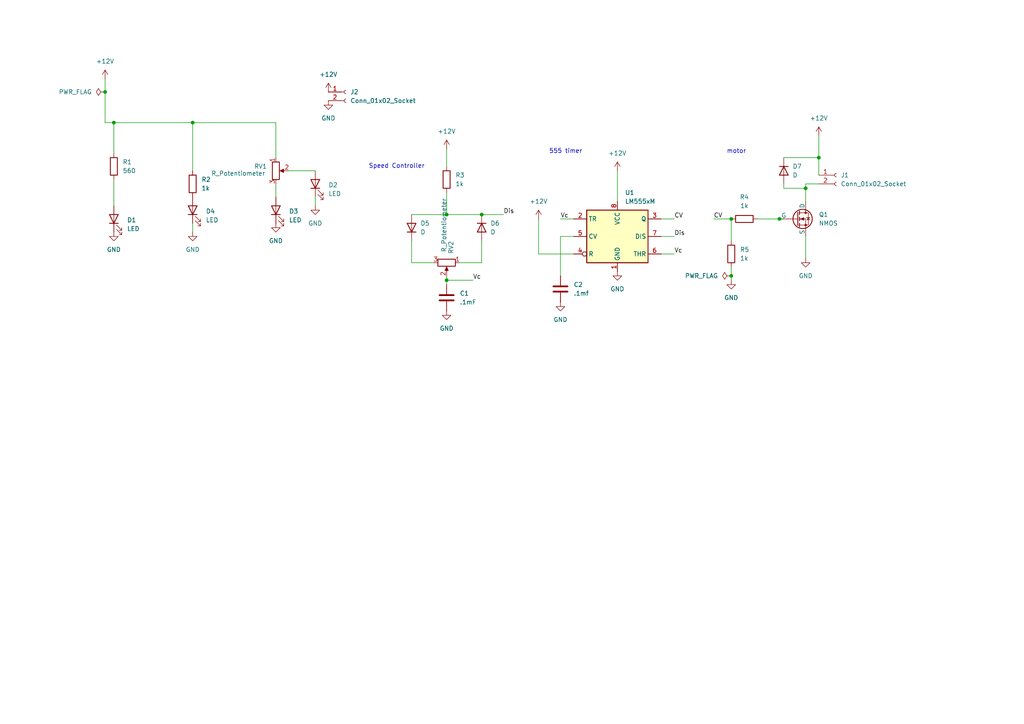
<source format=kicad_sch>
(kicad_sch (version 20231120) (generator "eeschema") (generator_version "8.0")
  (paper "A4")
  (lib_symbols
    (symbol "Connector:Conn_01x02_Socket" (pin_names (offset 1.016) hide)
      (property "Reference" "J" (at 0 2.54 0))
      (property "Value" "Conn_01x02_Socket" (at 0 -5.08 0))
      (symbol "Conn_01x02_Socket_1_1"
        (arc (start 0 -2.032) (mid -0.5058 -2.54) (end 0 -3.048) (stroke (width 0.1524)))
        (polyline (pts (xy -1.27 -2.54) (xy -0.508 -2.54)) (stroke (width 0.1524)))
        (polyline (pts (xy -1.27 0) (xy -0.508 0)) (stroke (width 0.1524)))
        (arc (start 0 0.508) (mid -0.5058 0) (end 0 -0.508) (stroke (width 0.1524)))
        (pin passive line (at -5.08 0 0) (length 3.81) (name "Pin_1") (number "1"))
        (pin passive line (at -5.08 -2.54 0) (length 3.81) (name "Pin_2") (number "2"))
      )
    )
    (symbol "Device:C" (pin_numbers hide) (pin_names (offset 0.254))
      (property "Reference" "C" (at 0.635 2.54 0))
      (property "Value" "C" (at 0.635 -2.54 0))
      (symbol "C_0_1"
        (polyline (pts (xy -2.032 -0.762) (xy 2.032 -0.762)) (stroke (width 0.508)))
        (polyline (pts (xy -2.032 0.762) (xy 2.032 0.762)) (stroke (width 0.508)))
      )
      (symbol "C_1_1"
        (pin passive line (at 0 3.81 270) (length 2.794) (name "~") (number "1"))
        (pin passive line (at 0 -3.81 90) (length 2.794) (name "~") (number "2"))
      )
    )
    (symbol "Device:D" (pin_numbers hide) (pin_names (offset 1.016) hide)
      (property "Reference" "D" (at 0 2.54 0))
      (property "Value" "D" (at 0 -2.54 0))
      (symbol "D_0_1"
        (polyline (pts (xy -1.27 1.27) (xy -1.27 -1.27)) (stroke (width 0.254)))
        (polyline (pts (xy 1.27 0) (xy -1.27 0)))
        (polyline (pts (xy 1.27 1.27) (xy 1.27 -1.27) (xy -1.27 0) (xy 1.27 1.27)) (stroke (width 0.254)))
      )
      (symbol "D_1_1"
        (pin passive line (at -3.81 0 0) (length 2.54) (name "K") (number "1"))
        (pin passive line (at 3.81 0 180) (length 2.54) (name "A") (number "2"))
      )
    )
    (symbol "Device:LED" (pin_numbers hide) (pin_names (offset 1.016) hide)
      (property "Reference" "D" (at 0 2.54 0))
      (property "Value" "LED" (at 0 -2.54 0))
      (symbol "LED_0_1"
        (polyline (pts (xy -1.27 -1.27) (xy -1.27 1.27)) (stroke (width 0.254)))
        (polyline (pts (xy -1.27 0) (xy 1.27 0)))
        (polyline (pts (xy 1.27 -1.27) (xy 1.27 1.27) (xy -1.27 0) (xy 1.27 -1.27)) (stroke (width 0.254)))
        (polyline (pts (xy -3.048 -0.762) (xy -4.572 -2.286) (xy -3.81 -2.286) (xy -4.572 -2.286) (xy -4.572 -1.524)))
        (polyline (pts (xy -1.778 -0.762) (xy -3.302 -2.286) (xy -2.54 -2.286) (xy -3.302 -2.286) (xy -3.302 -1.524)))
      )
      (symbol "LED_1_1"
        (pin passive line (at -3.81 0 0) (length 2.54) (name "K") (number "1"))
        (pin passive line (at 3.81 0 180) (length 2.54) (name "A") (number "2"))
      )
    )
    (symbol "Device:R" (pin_numbers hide) (pin_names (offset 0))
      (property "Reference" "R" (at 2.032 0 90))
      (property "Value" "R" (at 0 0 90))
      (symbol "R_0_1"
        (rectangle (start -1.016 -2.54) (end 1.016 2.54) (stroke (width 0.254)))
      )
      (symbol "R_1_1"
        (pin passive line (at 0 3.81 270) (length 1.27) (name "~") (number "1"))
        (pin passive line (at 0 -3.81 90) (length 1.27) (name "~") (number "2"))
      )
    )
    (symbol "Device:R_Potentiometer" (pin_names (offset 1.016) hide)
      (property "Reference" "RV" (at -4.445 0 90))
      (property "Value" "R_Potentiometer" (at -2.54 0 90))
      (symbol "R_Potentiometer_0_1"
        (polyline (pts (xy 2.54 0) (xy 1.524 0)))
        (polyline (pts (xy 1.143 0) (xy 2.286 0.508) (xy 2.286 -0.508) (xy 1.143 0)) (fill (type outline)))
        (rectangle (start 1.016 2.54) (end -1.016 -2.54) (stroke (width 0.254)))
      )
      (symbol "R_Potentiometer_1_1"
        (pin passive line (at 0 3.81 270) (length 1.27) (name "1") (number "1"))
        (pin passive line (at 3.81 0 180) (length 1.27) (name "2") (number "2"))
        (pin passive line (at 0 -3.81 90) (length 1.27) (name "3") (number "3"))
      )
    )
    (symbol "Simulation_SPICE:NMOS" (pin_numbers hide) (pin_names (offset 0))
      (property "Reference" "Q" (at 5.08 1.27 0))
      (property "Value" "NMOS" (at 5.08 -1.27 0))
      (symbol "NMOS_0_1"
        (polyline (pts (xy 0.254 0) (xy -2.54 0)))
        (polyline (pts (xy 0.254 1.905) (xy 0.254 -1.905)) (stroke (width 0.254)))
        (polyline (pts (xy 0.762 -1.27) (xy 0.762 -2.286)) (stroke (width 0.254)))
        (polyline (pts (xy 0.762 0.508) (xy 0.762 -0.508)) (stroke (width 0.254)))
        (polyline (pts (xy 0.762 2.286) (xy 0.762 1.27)) (stroke (width 0.254)))
        (polyline (pts (xy 2.54 2.54) (xy 2.54 1.778)))
        (polyline (pts (xy 2.54 -2.54) (xy 2.54 0) (xy 0.762 0)))
        (polyline (pts (xy 0.762 -1.778) (xy 3.302 -1.778) (xy 3.302 1.778) (xy 0.762 1.778)))
        (polyline (pts (xy 1.016 0) (xy 2.032 0.381) (xy 2.032 -0.381) (xy 1.016 0)) (fill (type outline)))
        (polyline (pts (xy 2.794 0.508) (xy 2.921 0.381) (xy 3.683 0.381) (xy 3.81 0.254)))
        (polyline (pts (xy 3.302 0.381) (xy 2.921 -0.254) (xy 3.683 -0.254) (xy 3.302 0.381)))
        (circle (center 1.651 0) (radius 2.794) (stroke (width 0.254)))
        (circle (center 2.54 -1.778) (radius 0.254) (fill (type outline)))
        (circle (center 2.54 1.778) (radius 0.254) (fill (type outline)))
      )
      (symbol "NMOS_1_1"
        (pin passive line (at 2.54 5.08 270) (length 2.54) (name "D") (number "1"))
        (pin input line (at -5.08 0 0) (length 2.54) (name "G") (number "2"))
        (pin passive line (at 2.54 -5.08 90) (length 2.54) (name "S") (number "3"))
      )
    )
    (symbol "Timer:LM555xM"
      (property "Reference" "U" (at -10.16 8.89 0))
      (property "Value" "LM555xM" (at 2.54 8.89 0))
      (symbol "LM555xM_0_0"
        (pin power_in line (at 0 -10.16 90) (length 2.54) (name "GND") (number "1"))
        (pin power_in line (at 0 10.16 270) (length 2.54) (name "VCC") (number "8"))
      )
      (symbol "LM555xM_0_1"
        (rectangle (start -8.89 -7.62) (end 8.89 7.62) (stroke (width 0.254)) (fill (type background)))
        (rectangle (start -8.89 -7.62) (end 8.89 7.62) (stroke (width 0.254)) (fill (type background)))
      )
      (symbol "LM555xM_1_1"
        (pin input line (at -12.7 5.08 0) (length 3.81) (name "TR") (number "2"))
        (pin output line (at 12.7 5.08 180) (length 3.81) (name "Q") (number "3"))
        (pin input inverted (at -12.7 -5.08 0) (length 3.81) (name "R") (number "4"))
        (pin input line (at -12.7 0 0) (length 3.81) (name "CV") (number "5"))
        (pin input line (at 12.7 -5.08 180) (length 3.81) (name "THR") (number "6"))
        (pin input line (at 12.7 0 180) (length 3.81) (name "DIS") (number "7"))
      )
    )
    (symbol "power:+12V" (power) (pin_numbers hide) (pin_names (offset 0) hide)
      (property "Value" "+12V" (at 0 3.556 0))
      (symbol "+12V_0_1"
        (polyline (pts (xy -0.762 1.27) (xy 0 2.54)))
        (polyline (pts (xy 0 0) (xy 0 2.54)))
        (polyline (pts (xy 0 2.54) (xy 0.762 1.27)))
      )
      (symbol "+12V_1_1"
        (pin power_in line (at 0 0 90) (length 0) (name "~") (number "1"))
      )
    )
    (symbol "power:GND" (power) (pin_numbers hide) (pin_names (offset 0) hide)
      (property "Value" "GND" (at 0 -3.81 0))
      (symbol "GND_0_1"
        (polyline (pts (xy 0 0) (xy 0 -1.27) (xy 1.27 -1.27) (xy 0 -2.54) (xy -1.27 -1.27) (xy 0 -1.27)))
      )
      (symbol "GND_1_1"
        (pin power_in line (at 0 0 270) (length 0) (name "~") (number "1"))
      )
    )
    (symbol "power:PWR_FLAG" (power) (pin_numbers hide) (pin_names (offset 0) hide)
      (property "Value" "PWR_FLAG" (at 0 3.81 0))
      (symbol "PWR_FLAG_0_0"
        (pin power_out line (at 0 0 90) (length 0) (name "~") (number "1"))
      )
      (symbol "PWR_FLAG_0_1"
        (polyline (pts (xy 0 0) (xy 0 1.27) (xy -1.016 1.905) (xy 0 2.54) (xy 1.016 1.905) (xy 0 1.27)))
      )
    )
  )
  (junction (at 237.49 45.72))
  (junction (at 233.68 54.61))
  (junction (at 55.88 35.56))
  (junction (at 212.09 63.5))
  (junction (at 212.09 80.01))
  (junction (at 33.02 35.56))
  (junction (at 139.7 62.23))
  (junction (at 226.06 63.5))
  (junction (at 30.48 26.67))
  (junction (at 129.54 62.23))
  (junction (at 129.54 81.28))
  (wire (pts (xy 119.38 76.2) (xy 125.73 76.2)))
  (wire (pts (xy 30.48 35.56) (xy 33.02 35.56)))
  (wire (pts (xy 91.44 59.69) (xy 91.44 57.15)))
  (wire (pts (xy 119.38 69.85) (xy 119.38 76.2)))
  (wire (pts (xy 227.33 45.72) (xy 237.49 45.72)))
  (wire (pts (xy 30.48 26.67) (xy 30.48 35.56)))
  (wire (pts (xy 129.54 55.88) (xy 129.54 62.23)))
  (wire (pts (xy 33.02 52.07) (xy 33.02 59.69)))
  (wire (pts (xy 129.54 62.23) (xy 139.7 62.23)))
  (wire (pts (xy 80.01 35.56) (xy 80.01 45.72)))
  (wire (pts (xy 233.68 68.58) (xy 233.68 74.93)))
  (wire (pts (xy 139.7 76.2) (xy 139.7 69.85)))
  (wire (pts (xy 233.68 54.61) (xy 233.68 53.34)))
  (wire (pts (xy 80.01 53.34) (xy 80.01 57.15)))
  (wire (pts (xy 226.06 63.5) (xy 227.33 63.5)))
  (wire (pts (xy 233.68 54.61) (xy 227.33 54.61)))
  (wire (pts (xy 191.77 73.66) (xy 195.58 73.66)))
  (wire (pts (xy 212.09 63.5) (xy 212.09 69.85)))
  (wire (pts (xy 207.01 63.5) (xy 212.09 63.5)))
  (wire (pts (xy 191.77 68.58) (xy 195.58 68.58)))
  (wire (pts (xy 212.09 80.01) (xy 212.09 81.28)))
  (wire (pts (xy 233.68 58.42) (xy 233.68 54.61)))
  (wire (pts (xy 55.88 35.56) (xy 55.88 49.53)))
  (wire (pts (xy 162.56 63.5) (xy 166.37 63.5)))
  (wire (pts (xy 129.54 80.01) (xy 129.54 81.28)))
  (wire (pts (xy 139.7 62.23) (xy 146.05 62.23)))
  (wire (pts (xy 237.49 39.37) (xy 237.49 45.72)))
  (wire (pts (xy 129.54 81.28) (xy 137.16 81.28)))
  (wire (pts (xy 227.33 53.34) (xy 227.33 54.61)))
  (wire (pts (xy 166.37 73.66) (xy 156.21 73.66)))
  (wire (pts (xy 162.56 68.58) (xy 162.56 80.01)))
  (wire (pts (xy 219.71 63.5) (xy 226.06 63.5)))
  (wire (pts (xy 83.82 49.53) (xy 91.44 49.53)))
  (wire (pts (xy 30.48 22.86) (xy 30.48 26.67)))
  (wire (pts (xy 55.88 64.77) (xy 55.88 67.31)))
  (wire (pts (xy 191.77 63.5) (xy 195.58 63.5)))
  (wire (pts (xy 166.37 68.58) (xy 162.56 68.58)))
  (wire (pts (xy 133.35 76.2) (xy 139.7 76.2)))
  (wire (pts (xy 233.68 53.34) (xy 237.49 53.34)))
  (wire (pts (xy 55.88 35.56) (xy 80.01 35.56)))
  (wire (pts (xy 212.09 77.47) (xy 212.09 80.01)))
  (wire (pts (xy 33.02 35.56) (xy 33.02 44.45)))
  (wire (pts (xy 237.49 45.72) (xy 237.49 50.8)))
  (wire (pts (xy 156.21 63.5) (xy 156.21 73.66)))
  (wire (pts (xy 119.38 62.23) (xy 129.54 62.23)))
  (wire (pts (xy 179.07 49.53) (xy 179.07 58.42)))
  (wire (pts (xy 129.54 81.28) (xy 129.54 82.55)))
  (wire (pts (xy 129.54 43.18) (xy 129.54 48.26)))
  (wire (pts (xy 33.02 35.56) (xy 55.88 35.56)))
  (text "555 timer\n" (at 164.084 43.942 0) (effects (font (size 1.27 1.27))))
  (text "motor" (at 213.614 43.942 0) (effects (font (size 1.27 1.27))))
  (text "Speed Controller" (at 115.062 48.26 0) (effects (font (size 1.27 1.27))))
  (label "CV" (at 207.01 63.5 0))
  (label "Dis" (at 195.58 68.58 0))
  (label "Vc" (at 195.58 73.66 0))
  (label "Vc" (at 162.56 63.5 0))
  (label "Vc" (at 137.16 81.28 0))
  (label "CV" (at 195.58 63.5 0))
  (label "Dis" (at 146.05 62.23 0))
  (symbol (lib_id "Connector:Conn_01x02_Socket") (at 242.57 50.8 0) (unit 1)
    (property "Reference" "J1" (at 243.84 50.7999 0) (effects (justify left)))
    (property "Value" "Conn_01x02_Socket" (at 243.84 53.3399 0) (effects (justify left)))
    (property "Description" "Generic connector, single row, 01x02, script generated" (effects (hide yes)))
  )
  (symbol (lib_id "Device:D") (at 139.7 66.04 270) (unit 1)
    (property "Reference" "D6" (at 142.24 64.7699 90) (effects (justify left)))
    (property "Value" "D" (at 142.24 67.3099 90) (effects (justify left)))
    (property "Footprint" "Diode_SMD:D_SOD-523" (effects (hide yes)))
    (property "Description" "Diode" (effects (hide yes)))
    (property "Sim.Device" "D" (effects (hide yes)))
    (property "Sim.Pins" "1=K 2=A" (effects (hide yes)))
  )
  (symbol (lib_id "power:+12V") (at 156.21 63.5 0) (unit 1)
    (property "Reference" "#PWR010" (effects (hide yes)))
    (property "Value" "+12V" (at 156.21 58.42 0))
    (property "Description" "Power symbol creates a global label with name \"+12V\"" (effects (hide yes)))
  )
  (symbol (lib_id "Device:R") (at 212.09 73.66 0) (unit 1)
    (property "Reference" "R5" (at 214.63 72.3899 0) (effects (justify left)))
    (property "Value" "1k" (at 214.63 74.9299 0) (effects (justify left)))
    (property "Description" "Resistor" (effects (hide yes)))
  )
  (symbol (lib_id "Connector:Conn_01x02_Socket") (at 100.33 26.67 0) (unit 1)
    (property "Reference" "J2" (at 101.6 26.6699 0) (effects (justify left)))
    (property "Value" "Conn_01x02_Socket" (at 101.6 29.2099 0) (effects (justify left)))
    (property "Description" "Generic connector, single row, 01x02, script generated" (effects (hide yes)))
  )
  (symbol (lib_id "Device:D") (at 119.38 66.04 90) (unit 1)
    (property "Reference" "D5" (at 121.92 64.7699 90) (effects (justify right)))
    (property "Value" "D" (at 121.92 67.3099 90) (effects (justify right)))
    (property "Footprint" "Diode_SMD:D_SOD-523" (effects (hide yes)))
    (property "Description" "Diode" (effects (hide yes)))
    (property "Sim.Device" "D" (effects (hide yes)))
    (property "Sim.Pins" "1=K 2=A" (effects (hide yes)))
  )
  (symbol (lib_id "Device:R_Potentiometer") (at 80.01 49.53 0) (unit 1)
    (property "Reference" "RV1" (at 77.47 48.2599 0) (effects (justify right)))
    (property "Value" "R_Potentiometer" (at 76.962 50.292 0) (effects (justify right)))
    (property "Description" "Potentiometer" (effects (hide yes)))
  )
  (symbol (lib_id "power:GND") (at 212.09 81.28 0) (unit 1)
    (property "Reference" "#PWR011" (effects (hide yes)))
    (property "Value" "GND" (at 212.09 86.36 0))
    (property "Description" "Power symbol creates a global label with name \"GND\" , ground" (effects (hide yes)))
  )
  (symbol (lib_id "power:GND") (at 95.25 29.21 0) (unit 1)
    (property "Reference" "#PWR015" (effects (hide yes)))
    (property "Value" "GND" (at 95.25 34.29 0))
    (property "Description" "Power symbol creates a global label with name \"GND\" , ground" (effects (hide yes)))
  )
  (symbol (lib_id "Device:R") (at 33.02 48.26 0) (unit 1)
    (property "Reference" "R1" (at 35.56 46.9899 0) (effects (justify left)))
    (property "Value" "560" (at 35.56 49.5299 0) (effects (justify left)))
    (property "Description" "Resistor" (effects (hide yes)))
  )
  (symbol (lib_id "Device:R") (at 55.88 53.34 0) (unit 1)
    (property "Reference" "R2" (at 58.42 52.0699 0) (effects (justify left)))
    (property "Value" "1k" (at 58.42 54.6099 0) (effects (justify left)))
    (property "Description" "Resistor" (effects (hide yes)))
  )
  (symbol (lib_id "Device:LED") (at 91.44 53.34 90) (unit 1)
    (property "Reference" "D2" (at 95.25 53.6574 90) (effects (justify right)))
    (property "Value" "LED" (at 95.25 56.1974 90) (effects (justify right)))
    (property "Footprint" "LED_SMD:LED_0603_1608Metric_Pad1.05x0.95mm_HandSolder" (effects (hide yes)))
    (property "Description" "Light emitting diode" (effects (hide yes)))
  )
  (symbol (lib_id "power:GND") (at 129.54 90.17 0) (unit 1)
    (property "Reference" "#PWR08" (effects (hide yes)))
    (property "Value" "GND" (at 129.54 95.25 0))
    (property "Description" "Power symbol creates a global label with name \"GND\" , ground" (effects (hide yes)))
  )
  (symbol (lib_id "Device:LED") (at 80.01 60.96 90) (unit 1)
    (property "Reference" "D3" (at 83.82 61.2774 90) (effects (justify right)))
    (property "Value" "LED" (at 83.82 63.8174 90) (effects (justify right)))
    (property "Footprint" "LED_SMD:LED_0603_1608Metric_Pad1.05x0.95mm_HandSolder" (effects (hide yes)))
    (property "Description" "Light emitting diode" (effects (hide yes)))
  )
  (symbol (lib_id "power:+12V") (at 237.49 39.37 0) (unit 1)
    (property "Reference" "#PWR013" (effects (hide yes)))
    (property "Value" "+12V" (at 237.49 34.29 0))
    (property "Description" "Power symbol creates a global label with name \"+12V\"" (effects (hide yes)))
  )
  (symbol (lib_id "power:GND") (at 179.07 78.74 0) (unit 1)
    (property "Reference" "#PWR016" (effects (hide yes)))
    (property "Value" "GND" (at 179.07 83.82 0))
    (property "Description" "Power symbol creates a global label with name \"GND\" , ground" (effects (hide yes)))
  )
  (symbol (lib_id "power:GND") (at 55.88 67.31 0) (unit 1)
    (property "Reference" "#PWR05" (effects (hide yes)))
    (property "Value" "GND" (at 55.88 72.39 0))
    (property "Description" "Power symbol creates a global label with name \"GND\" , ground" (effects (hide yes)))
  )
  (symbol (lib_id "Timer:LM555xM") (at 179.07 68.58 0) (unit 1)
    (property "Reference" "U1" (at 181.2641 55.88 0) (effects (justify left)))
    (property "Value" "LM555xM" (at 181.2641 58.42 0) (effects (justify left)))
    (property "Footprint" "Package_SO:SOIC-8_3.9x4.9mm_P1.27mm" (effects (hide yes)))
    (property "Datasheet" "http://www.ti.com/lit/ds/symlink/lm555.pdf" (effects (hide yes)))
    (property "Description" "Timer, 555 compatible, SOIC-8" (effects (hide yes)))
  )
  (symbol (lib_id "power:GND") (at 33.02 67.31 0) (unit 1)
    (property "Reference" "#PWR02" (effects (hide yes)))
    (property "Value" "GND" (at 33.02 72.39 0))
    (property "Description" "Power symbol creates a global label with name \"GND\" , ground" (effects (hide yes)))
  )
  (symbol (lib_id "power:+12V") (at 95.25 26.67 0) (unit 1)
    (property "Reference" "#PWR014" (effects (hide yes)))
    (property "Value" "+12V" (at 95.25 21.59 0))
    (property "Description" "Power symbol creates a global label with name \"+12V\"" (effects (hide yes)))
  )
  (symbol (lib_id "Device:R_Potentiometer") (at 129.54 76.2 270) (unit 1)
    (property "Reference" "RV2" (at 130.8101 73.66 0) (effects (justify right)))
    (property "Value" "R_Potentiometer" (at 128.778 73.152 0) (effects (justify right)))
    (property "Description" "Potentiometer" (effects (hide yes)))
  )
  (symbol (lib_id "power:PWR_FLAG") (at 30.48 26.67 90) (unit 1)
    (property "Reference" "#FLG01" (effects (hide yes)))
    (property "Value" "PWR_FLAG" (at 26.67 26.6699 90) (effects (justify left)))
    (property "Description" "Special symbol for telling ERC where power comes from" (effects (hide yes)))
  )
  (symbol (lib_id "power:GND") (at 80.01 64.77 0) (unit 1)
    (property "Reference" "#PWR03" (effects (hide yes)))
    (property "Value" "GND" (at 80.01 69.85 0))
    (property "Description" "Power symbol creates a global label with name \"GND\" , ground" (effects (hide yes)))
  )
  (symbol (lib_id "power:GND") (at 233.68 74.93 0) (unit 1)
    (property "Reference" "#PWR012" (effects (hide yes)))
    (property "Value" "GND" (at 233.68 80.01 0))
    (property "Description" "Power symbol creates a global label with name \"GND\" , ground" (effects (hide yes)))
  )
  (symbol (lib_id "Device:D") (at 227.33 49.53 270) (unit 1)
    (property "Reference" "D7" (at 229.87 48.2599 90) (effects (justify left)))
    (property "Value" "D" (at 229.87 50.7999 90) (effects (justify left)))
    (property "Footprint" "Diode_THT:D_DO-41_SOD81_P10.16mm_Horizontal" (effects (hide yes)))
    (property "Description" "Diode" (effects (hide yes)))
    (property "Sim.Device" "D" (effects (hide yes)))
    (property "Sim.Pins" "1=K 2=A" (effects (hide yes)))
  )
  (symbol (lib_id "power:PWR_FLAG") (at 212.09 80.01 90) (unit 1)
    (property "Reference" "#FLG02" (effects (hide yes)))
    (property "Value" "PWR_FLAG" (at 208.28 80.0099 90) (effects (justify left)))
    (property "Description" "Special symbol for telling ERC where power comes from" (effects (hide yes)))
  )
  (symbol (lib_id "power:+12V") (at 129.54 43.18 0) (unit 1)
    (property "Reference" "#PWR06" (effects (hide yes)))
    (property "Value" "+12V" (at 129.54 38.1 0))
    (property "Description" "Power symbol creates a global label with name \"+12V\"" (effects (hide yes)))
  )
  (symbol (lib_id "Device:C") (at 162.56 83.82 0) (unit 1)
    (property "Reference" "C2" (at 166.37 82.5499 0) (effects (justify left)))
    (property "Value" ".1mf" (at 166.37 85.0899 0) (effects (justify left)))
    (property "Footprint" "Capacitor_SMD:C_0603_1608Metric_Pad1.08x0.95mm_HandSolder" (effects (hide yes)))
    (property "Description" "Unpolarized capacitor" (effects (hide yes)))
  )
  (symbol (lib_id "Device:C") (at 129.54 86.36 0) (unit 1)
    (property "Reference" "C1" (at 133.35 85.0899 0) (effects (justify left)))
    (property "Value" ".1mF" (at 133.35 87.6299 0) (effects (justify left)))
    (property "Footprint" "Capacitor_SMD:C_0603_1608Metric_Pad1.08x0.95mm_HandSolder" (effects (hide yes)))
    (property "Description" "Unpolarized capacitor" (effects (hide yes)))
  )
  (symbol (lib_id "Device:R") (at 129.54 52.07 0) (unit 1)
    (property "Reference" "R3" (at 132.08 50.7999 0) (effects (justify left)))
    (property "Value" "1k" (at 132.08 53.3399 0) (effects (justify left)))
    (property "Description" "Resistor" (effects (hide yes)))
  )
  (symbol (lib_id "power:GND") (at 91.44 59.69 0) (unit 1)
    (property "Reference" "#PWR01" (effects (hide yes)))
    (property "Value" "GND" (at 91.44 64.77 0))
    (property "Description" "Power symbol creates a global label with name \"GND\" , ground" (effects (hide yes)))
  )
  (symbol (lib_id "power:+12V") (at 30.48 22.86 0) (unit 1)
    (property "Reference" "#PWR04" (effects (hide yes)))
    (property "Value" "+12V" (at 30.48 17.78 0))
    (property "Description" "Power symbol creates a global label with name \"+12V\"" (effects (hide yes)))
  )
  (symbol (lib_id "Device:LED") (at 33.02 63.5 90) (unit 1)
    (property "Reference" "D1" (at 36.83 63.8174 90) (effects (justify right)))
    (property "Value" "LED" (at 36.83 66.3574 90) (effects (justify right)))
    (property "Footprint" "LED_SMD:LED_0805_2012Metric" (effects (hide yes)))
    (property "Description" "Light emitting diode" (effects (hide yes)))
  )
  (symbol (lib_id "power:GND") (at 162.56 87.63 0) (unit 1)
    (property "Reference" "#PWR09" (effects (hide yes)))
    (property "Value" "GND" (at 162.56 92.71 0))
    (property "Description" "Power symbol creates a global label with name \"GND\" , ground" (effects (hide yes)))
  )
  (symbol (lib_id "power:+12V") (at 179.07 49.53 0) (unit 1)
    (property "Reference" "#PWR07" (effects (hide yes)))
    (property "Value" "+12V" (at 179.07 44.45 0))
    (property "Description" "Power symbol creates a global label with name \"+12V\"" (effects (hide yes)))
  )
  (symbol (lib_id "Device:LED") (at 55.88 60.96 90) (unit 1)
    (property "Reference" "D4" (at 59.69 61.2774 90) (effects (justify right)))
    (property "Value" "LED" (at 59.69 63.8174 90) (effects (justify right)))
    (property "Footprint" "LED_SMD:LED_0805_2012Metric" (effects (hide yes)))
    (property "Description" "Light emitting diode" (effects (hide yes)))
  )
  (symbol (lib_id "Device:R") (at 215.9 63.5 270) (unit 1)
    (property "Reference" "R4" (at 215.9 57.15 90))
    (property "Value" "1k" (at 215.9 59.69 90))
    (property "Description" "Resistor" (effects (hide yes)))
  )
  (symbol (lib_id "Simulation_SPICE:NMOS") (at 231.14 63.5 0) (unit 1)
    (property "Reference" "Q1" (at 237.49 62.2299 0) (effects (justify left)))
    (property "Value" "NMOS" (at 237.49 64.7699 0) (effects (justify left)))
    (property "Datasheet" "https://ngspice.sourceforge.io/docs/ngspice-html-manual/manual.xhtml#cha_MOSFETs" (effects (hide yes)))
    (property "Description" "N-MOSFET transistor, drain/source/gate" (effects (hide yes)))
    (property "Sim.Device" "NMOS" (effects (hide yes)))
    (property "Sim.Type" "VDMOS" (effects (hide yes)))
    (property "Sim.Pins" "1=D 2=G 3=S" (effects (hide yes)))
  )
)
</source>
